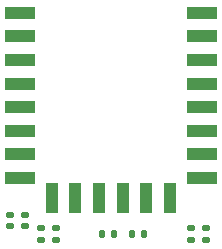
<source format=gbr>
%TF.GenerationSoftware,KiCad,Pcbnew,6.0.5-a6ca702e91~116~ubuntu20.04.1*%
%TF.CreationDate,2022-06-07T16:18:29-07:00*%
%TF.ProjectId,esp8266-dongle,65737038-3236-4362-9d64-6f6e676c652e,rev?*%
%TF.SameCoordinates,Original*%
%TF.FileFunction,Paste,Top*%
%TF.FilePolarity,Positive*%
%FSLAX46Y46*%
G04 Gerber Fmt 4.6, Leading zero omitted, Abs format (unit mm)*
G04 Created by KiCad (PCBNEW 6.0.5-a6ca702e91~116~ubuntu20.04.1) date 2022-06-07 16:18:29*
%MOMM*%
%LPD*%
G01*
G04 APERTURE LIST*
G04 Aperture macros list*
%AMRoundRect*
0 Rectangle with rounded corners*
0 $1 Rounding radius*
0 $2 $3 $4 $5 $6 $7 $8 $9 X,Y pos of 4 corners*
0 Add a 4 corners polygon primitive as box body*
4,1,4,$2,$3,$4,$5,$6,$7,$8,$9,$2,$3,0*
0 Add four circle primitives for the rounded corners*
1,1,$1+$1,$2,$3*
1,1,$1+$1,$4,$5*
1,1,$1+$1,$6,$7*
1,1,$1+$1,$8,$9*
0 Add four rect primitives between the rounded corners*
20,1,$1+$1,$2,$3,$4,$5,0*
20,1,$1+$1,$4,$5,$6,$7,0*
20,1,$1+$1,$6,$7,$8,$9,0*
20,1,$1+$1,$8,$9,$2,$3,0*%
G04 Aperture macros list end*
%ADD10RoundRect,0.135000X0.185000X-0.135000X0.185000X0.135000X-0.185000X0.135000X-0.185000X-0.135000X0*%
%ADD11RoundRect,0.135000X-0.185000X0.135000X-0.185000X-0.135000X0.185000X-0.135000X0.185000X0.135000X0*%
%ADD12RoundRect,0.135000X-0.135000X-0.185000X0.135000X-0.185000X0.135000X0.185000X-0.135000X0.185000X0*%
%ADD13R,2.500000X1.100000*%
%ADD14R,1.100000X2.500000*%
%ADD15RoundRect,0.140000X-0.170000X0.140000X-0.170000X-0.140000X0.170000X-0.140000X0.170000X0.140000X0*%
%ADD16RoundRect,0.135000X0.135000X0.185000X-0.135000X0.185000X-0.135000X-0.185000X0.135000X-0.185000X0*%
G04 APERTURE END LIST*
D10*
%TO.C,R2*%
X122555000Y-98300000D03*
X122555000Y-97280000D03*
%TD*%
D11*
%TO.C,R1*%
X123825000Y-97280000D03*
X123825000Y-98300000D03*
%TD*%
D12*
%TO.C,R4*%
X117600000Y-97790000D03*
X118620000Y-97790000D03*
%TD*%
D13*
%TO.C,U1*%
X108090000Y-79060000D03*
X108090000Y-81060000D03*
X108090000Y-83060000D03*
X108090000Y-85060000D03*
X108090000Y-87060000D03*
X108090000Y-89060000D03*
X108090000Y-91060000D03*
X108090000Y-93060000D03*
X123490000Y-93060000D03*
X123490000Y-91060000D03*
X123490000Y-89060000D03*
X123490000Y-87060000D03*
X123490000Y-85060000D03*
X123490000Y-83060000D03*
X123490000Y-81060000D03*
X123490000Y-79060000D03*
D14*
X110780000Y-94760000D03*
X112780000Y-94760000D03*
X114780000Y-94760000D03*
X116780000Y-94760000D03*
X118780000Y-94760000D03*
X120780000Y-94760000D03*
%TD*%
D15*
%TO.C,C1*%
X107215000Y-96195000D03*
X107215000Y-97155000D03*
%TD*%
D10*
%TO.C,R5*%
X111125000Y-98300000D03*
X111125000Y-97280000D03*
%TD*%
D15*
%TO.C,C2*%
X108485000Y-96195000D03*
X108485000Y-97155000D03*
%TD*%
D16*
%TO.C,R3*%
X116080000Y-97790000D03*
X115060000Y-97790000D03*
%TD*%
D10*
%TO.C,R6*%
X109855000Y-98300000D03*
X109855000Y-97280000D03*
%TD*%
M02*

</source>
